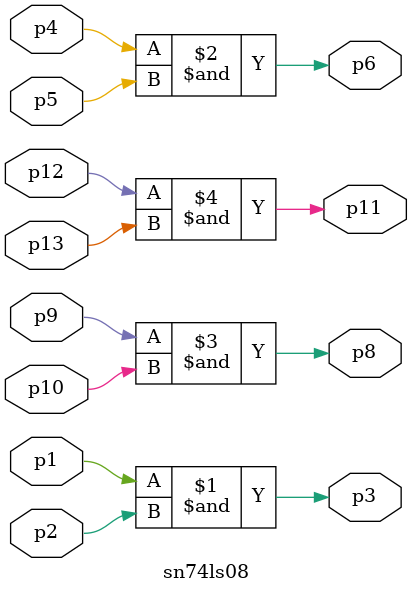
<source format=v>
module sn74ls08
  (
   output p3,
   output p6,
   output p8,
   output p11,

   input  p1,
   input  p2,

   input  p4,
   input  p5,

   input  p9,
   input  p10,

   input  p12,
   input  p13
   );

    // AND
    assign #1 p3  = (p1 & p2);
    assign #1 p6  = (p4 & p5);
    assign #1 p8  = (p9 & p10);
    assign #1 p11 = (p12 & p13);

endmodule // sn74ls08

</source>
